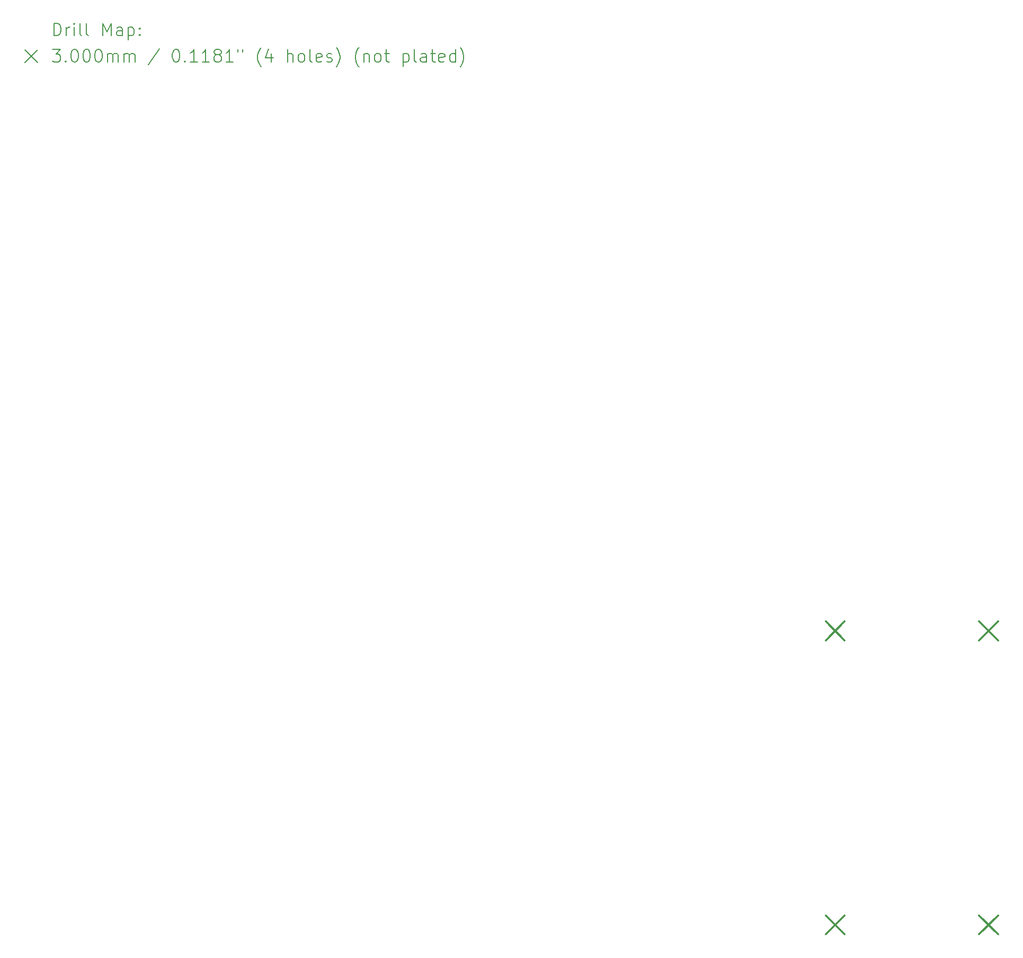
<source format=gbr>
%TF.GenerationSoftware,KiCad,Pcbnew,7.0.8*%
%TF.CreationDate,2023-11-16T13:38:29-05:00*%
%TF.ProjectId,tarbiukuan,74617262-6975-46b7-9561-6e2e6b696361,rev?*%
%TF.SameCoordinates,Original*%
%TF.FileFunction,Drillmap*%
%TF.FilePolarity,Positive*%
%FSLAX45Y45*%
G04 Gerber Fmt 4.5, Leading zero omitted, Abs format (unit mm)*
G04 Created by KiCad (PCBNEW 7.0.8) date 2023-11-16 13:38:29*
%MOMM*%
%LPD*%
G01*
G04 APERTURE LIST*
%ADD10C,0.200000*%
%ADD11C,0.300000*%
G04 APERTURE END LIST*
D10*
D11*
X12597000Y-9667000D02*
X12897000Y-9967000D01*
X12897000Y-9667000D02*
X12597000Y-9967000D01*
X12597000Y-14362000D02*
X12897000Y-14662000D01*
X12897000Y-14362000D02*
X12597000Y-14662000D01*
X15048000Y-9667000D02*
X15348000Y-9967000D01*
X15348000Y-9667000D02*
X15048000Y-9967000D01*
X15048000Y-14362000D02*
X15348000Y-14662000D01*
X15348000Y-14362000D02*
X15048000Y-14662000D01*
D10*
X260777Y-311484D02*
X260777Y-111484D01*
X260777Y-111484D02*
X308396Y-111484D01*
X308396Y-111484D02*
X336967Y-121008D01*
X336967Y-121008D02*
X356015Y-140055D01*
X356015Y-140055D02*
X365539Y-159103D01*
X365539Y-159103D02*
X375062Y-197198D01*
X375062Y-197198D02*
X375062Y-225769D01*
X375062Y-225769D02*
X365539Y-263865D01*
X365539Y-263865D02*
X356015Y-282912D01*
X356015Y-282912D02*
X336967Y-301960D01*
X336967Y-301960D02*
X308396Y-311484D01*
X308396Y-311484D02*
X260777Y-311484D01*
X460777Y-311484D02*
X460777Y-178150D01*
X460777Y-216246D02*
X470301Y-197198D01*
X470301Y-197198D02*
X479824Y-187674D01*
X479824Y-187674D02*
X498872Y-178150D01*
X498872Y-178150D02*
X517920Y-178150D01*
X584586Y-311484D02*
X584586Y-178150D01*
X584586Y-111484D02*
X575063Y-121008D01*
X575063Y-121008D02*
X584586Y-130531D01*
X584586Y-130531D02*
X594110Y-121008D01*
X594110Y-121008D02*
X584586Y-111484D01*
X584586Y-111484D02*
X584586Y-130531D01*
X708396Y-311484D02*
X689348Y-301960D01*
X689348Y-301960D02*
X679824Y-282912D01*
X679824Y-282912D02*
X679824Y-111484D01*
X813158Y-311484D02*
X794110Y-301960D01*
X794110Y-301960D02*
X784586Y-282912D01*
X784586Y-282912D02*
X784586Y-111484D01*
X1041729Y-311484D02*
X1041729Y-111484D01*
X1041729Y-111484D02*
X1108396Y-254341D01*
X1108396Y-254341D02*
X1175063Y-111484D01*
X1175063Y-111484D02*
X1175063Y-311484D01*
X1356015Y-311484D02*
X1356015Y-206722D01*
X1356015Y-206722D02*
X1346491Y-187674D01*
X1346491Y-187674D02*
X1327444Y-178150D01*
X1327444Y-178150D02*
X1289348Y-178150D01*
X1289348Y-178150D02*
X1270301Y-187674D01*
X1356015Y-301960D02*
X1336967Y-311484D01*
X1336967Y-311484D02*
X1289348Y-311484D01*
X1289348Y-311484D02*
X1270301Y-301960D01*
X1270301Y-301960D02*
X1260777Y-282912D01*
X1260777Y-282912D02*
X1260777Y-263865D01*
X1260777Y-263865D02*
X1270301Y-244817D01*
X1270301Y-244817D02*
X1289348Y-235293D01*
X1289348Y-235293D02*
X1336967Y-235293D01*
X1336967Y-235293D02*
X1356015Y-225769D01*
X1451253Y-178150D02*
X1451253Y-378150D01*
X1451253Y-187674D02*
X1470301Y-178150D01*
X1470301Y-178150D02*
X1508396Y-178150D01*
X1508396Y-178150D02*
X1527443Y-187674D01*
X1527443Y-187674D02*
X1536967Y-197198D01*
X1536967Y-197198D02*
X1546491Y-216246D01*
X1546491Y-216246D02*
X1546491Y-273389D01*
X1546491Y-273389D02*
X1536967Y-292436D01*
X1536967Y-292436D02*
X1527443Y-301960D01*
X1527443Y-301960D02*
X1508396Y-311484D01*
X1508396Y-311484D02*
X1470301Y-311484D01*
X1470301Y-311484D02*
X1451253Y-301960D01*
X1632205Y-292436D02*
X1641729Y-301960D01*
X1641729Y-301960D02*
X1632205Y-311484D01*
X1632205Y-311484D02*
X1622682Y-301960D01*
X1622682Y-301960D02*
X1632205Y-292436D01*
X1632205Y-292436D02*
X1632205Y-311484D01*
X1632205Y-187674D02*
X1641729Y-197198D01*
X1641729Y-197198D02*
X1632205Y-206722D01*
X1632205Y-206722D02*
X1622682Y-197198D01*
X1622682Y-197198D02*
X1632205Y-187674D01*
X1632205Y-187674D02*
X1632205Y-206722D01*
X-200000Y-540000D02*
X0Y-740000D01*
X0Y-540000D02*
X-200000Y-740000D01*
X241729Y-531484D02*
X365539Y-531484D01*
X365539Y-531484D02*
X298872Y-607674D01*
X298872Y-607674D02*
X327444Y-607674D01*
X327444Y-607674D02*
X346491Y-617198D01*
X346491Y-617198D02*
X356015Y-626722D01*
X356015Y-626722D02*
X365539Y-645770D01*
X365539Y-645770D02*
X365539Y-693389D01*
X365539Y-693389D02*
X356015Y-712436D01*
X356015Y-712436D02*
X346491Y-721960D01*
X346491Y-721960D02*
X327444Y-731484D01*
X327444Y-731484D02*
X270301Y-731484D01*
X270301Y-731484D02*
X251253Y-721960D01*
X251253Y-721960D02*
X241729Y-712436D01*
X451253Y-712436D02*
X460777Y-721960D01*
X460777Y-721960D02*
X451253Y-731484D01*
X451253Y-731484D02*
X441729Y-721960D01*
X441729Y-721960D02*
X451253Y-712436D01*
X451253Y-712436D02*
X451253Y-731484D01*
X584586Y-531484D02*
X603634Y-531484D01*
X603634Y-531484D02*
X622682Y-541008D01*
X622682Y-541008D02*
X632205Y-550531D01*
X632205Y-550531D02*
X641729Y-569579D01*
X641729Y-569579D02*
X651253Y-607674D01*
X651253Y-607674D02*
X651253Y-655293D01*
X651253Y-655293D02*
X641729Y-693389D01*
X641729Y-693389D02*
X632205Y-712436D01*
X632205Y-712436D02*
X622682Y-721960D01*
X622682Y-721960D02*
X603634Y-731484D01*
X603634Y-731484D02*
X584586Y-731484D01*
X584586Y-731484D02*
X565539Y-721960D01*
X565539Y-721960D02*
X556015Y-712436D01*
X556015Y-712436D02*
X546491Y-693389D01*
X546491Y-693389D02*
X536967Y-655293D01*
X536967Y-655293D02*
X536967Y-607674D01*
X536967Y-607674D02*
X546491Y-569579D01*
X546491Y-569579D02*
X556015Y-550531D01*
X556015Y-550531D02*
X565539Y-541008D01*
X565539Y-541008D02*
X584586Y-531484D01*
X775062Y-531484D02*
X794110Y-531484D01*
X794110Y-531484D02*
X813158Y-541008D01*
X813158Y-541008D02*
X822682Y-550531D01*
X822682Y-550531D02*
X832205Y-569579D01*
X832205Y-569579D02*
X841729Y-607674D01*
X841729Y-607674D02*
X841729Y-655293D01*
X841729Y-655293D02*
X832205Y-693389D01*
X832205Y-693389D02*
X822682Y-712436D01*
X822682Y-712436D02*
X813158Y-721960D01*
X813158Y-721960D02*
X794110Y-731484D01*
X794110Y-731484D02*
X775062Y-731484D01*
X775062Y-731484D02*
X756015Y-721960D01*
X756015Y-721960D02*
X746491Y-712436D01*
X746491Y-712436D02*
X736967Y-693389D01*
X736967Y-693389D02*
X727443Y-655293D01*
X727443Y-655293D02*
X727443Y-607674D01*
X727443Y-607674D02*
X736967Y-569579D01*
X736967Y-569579D02*
X746491Y-550531D01*
X746491Y-550531D02*
X756015Y-541008D01*
X756015Y-541008D02*
X775062Y-531484D01*
X965539Y-531484D02*
X984586Y-531484D01*
X984586Y-531484D02*
X1003634Y-541008D01*
X1003634Y-541008D02*
X1013158Y-550531D01*
X1013158Y-550531D02*
X1022682Y-569579D01*
X1022682Y-569579D02*
X1032205Y-607674D01*
X1032205Y-607674D02*
X1032205Y-655293D01*
X1032205Y-655293D02*
X1022682Y-693389D01*
X1022682Y-693389D02*
X1013158Y-712436D01*
X1013158Y-712436D02*
X1003634Y-721960D01*
X1003634Y-721960D02*
X984586Y-731484D01*
X984586Y-731484D02*
X965539Y-731484D01*
X965539Y-731484D02*
X946491Y-721960D01*
X946491Y-721960D02*
X936967Y-712436D01*
X936967Y-712436D02*
X927443Y-693389D01*
X927443Y-693389D02*
X917920Y-655293D01*
X917920Y-655293D02*
X917920Y-607674D01*
X917920Y-607674D02*
X927443Y-569579D01*
X927443Y-569579D02*
X936967Y-550531D01*
X936967Y-550531D02*
X946491Y-541008D01*
X946491Y-541008D02*
X965539Y-531484D01*
X1117920Y-731484D02*
X1117920Y-598150D01*
X1117920Y-617198D02*
X1127444Y-607674D01*
X1127444Y-607674D02*
X1146491Y-598150D01*
X1146491Y-598150D02*
X1175063Y-598150D01*
X1175063Y-598150D02*
X1194110Y-607674D01*
X1194110Y-607674D02*
X1203634Y-626722D01*
X1203634Y-626722D02*
X1203634Y-731484D01*
X1203634Y-626722D02*
X1213158Y-607674D01*
X1213158Y-607674D02*
X1232205Y-598150D01*
X1232205Y-598150D02*
X1260777Y-598150D01*
X1260777Y-598150D02*
X1279825Y-607674D01*
X1279825Y-607674D02*
X1289348Y-626722D01*
X1289348Y-626722D02*
X1289348Y-731484D01*
X1384586Y-731484D02*
X1384586Y-598150D01*
X1384586Y-617198D02*
X1394110Y-607674D01*
X1394110Y-607674D02*
X1413158Y-598150D01*
X1413158Y-598150D02*
X1441729Y-598150D01*
X1441729Y-598150D02*
X1460777Y-607674D01*
X1460777Y-607674D02*
X1470301Y-626722D01*
X1470301Y-626722D02*
X1470301Y-731484D01*
X1470301Y-626722D02*
X1479824Y-607674D01*
X1479824Y-607674D02*
X1498872Y-598150D01*
X1498872Y-598150D02*
X1527443Y-598150D01*
X1527443Y-598150D02*
X1546491Y-607674D01*
X1546491Y-607674D02*
X1556015Y-626722D01*
X1556015Y-626722D02*
X1556015Y-731484D01*
X1946491Y-521960D02*
X1775063Y-779103D01*
X2203634Y-531484D02*
X2222682Y-531484D01*
X2222682Y-531484D02*
X2241729Y-541008D01*
X2241729Y-541008D02*
X2251253Y-550531D01*
X2251253Y-550531D02*
X2260777Y-569579D01*
X2260777Y-569579D02*
X2270301Y-607674D01*
X2270301Y-607674D02*
X2270301Y-655293D01*
X2270301Y-655293D02*
X2260777Y-693389D01*
X2260777Y-693389D02*
X2251253Y-712436D01*
X2251253Y-712436D02*
X2241729Y-721960D01*
X2241729Y-721960D02*
X2222682Y-731484D01*
X2222682Y-731484D02*
X2203634Y-731484D01*
X2203634Y-731484D02*
X2184587Y-721960D01*
X2184587Y-721960D02*
X2175063Y-712436D01*
X2175063Y-712436D02*
X2165539Y-693389D01*
X2165539Y-693389D02*
X2156015Y-655293D01*
X2156015Y-655293D02*
X2156015Y-607674D01*
X2156015Y-607674D02*
X2165539Y-569579D01*
X2165539Y-569579D02*
X2175063Y-550531D01*
X2175063Y-550531D02*
X2184587Y-541008D01*
X2184587Y-541008D02*
X2203634Y-531484D01*
X2356015Y-712436D02*
X2365539Y-721960D01*
X2365539Y-721960D02*
X2356015Y-731484D01*
X2356015Y-731484D02*
X2346491Y-721960D01*
X2346491Y-721960D02*
X2356015Y-712436D01*
X2356015Y-712436D02*
X2356015Y-731484D01*
X2556015Y-731484D02*
X2441729Y-731484D01*
X2498872Y-731484D02*
X2498872Y-531484D01*
X2498872Y-531484D02*
X2479825Y-560055D01*
X2479825Y-560055D02*
X2460777Y-579103D01*
X2460777Y-579103D02*
X2441729Y-588627D01*
X2746491Y-731484D02*
X2632206Y-731484D01*
X2689348Y-731484D02*
X2689348Y-531484D01*
X2689348Y-531484D02*
X2670301Y-560055D01*
X2670301Y-560055D02*
X2651253Y-579103D01*
X2651253Y-579103D02*
X2632206Y-588627D01*
X2860777Y-617198D02*
X2841729Y-607674D01*
X2841729Y-607674D02*
X2832206Y-598150D01*
X2832206Y-598150D02*
X2822682Y-579103D01*
X2822682Y-579103D02*
X2822682Y-569579D01*
X2822682Y-569579D02*
X2832206Y-550531D01*
X2832206Y-550531D02*
X2841729Y-541008D01*
X2841729Y-541008D02*
X2860777Y-531484D01*
X2860777Y-531484D02*
X2898872Y-531484D01*
X2898872Y-531484D02*
X2917920Y-541008D01*
X2917920Y-541008D02*
X2927444Y-550531D01*
X2927444Y-550531D02*
X2936967Y-569579D01*
X2936967Y-569579D02*
X2936967Y-579103D01*
X2936967Y-579103D02*
X2927444Y-598150D01*
X2927444Y-598150D02*
X2917920Y-607674D01*
X2917920Y-607674D02*
X2898872Y-617198D01*
X2898872Y-617198D02*
X2860777Y-617198D01*
X2860777Y-617198D02*
X2841729Y-626722D01*
X2841729Y-626722D02*
X2832206Y-636246D01*
X2832206Y-636246D02*
X2822682Y-655293D01*
X2822682Y-655293D02*
X2822682Y-693389D01*
X2822682Y-693389D02*
X2832206Y-712436D01*
X2832206Y-712436D02*
X2841729Y-721960D01*
X2841729Y-721960D02*
X2860777Y-731484D01*
X2860777Y-731484D02*
X2898872Y-731484D01*
X2898872Y-731484D02*
X2917920Y-721960D01*
X2917920Y-721960D02*
X2927444Y-712436D01*
X2927444Y-712436D02*
X2936967Y-693389D01*
X2936967Y-693389D02*
X2936967Y-655293D01*
X2936967Y-655293D02*
X2927444Y-636246D01*
X2927444Y-636246D02*
X2917920Y-626722D01*
X2917920Y-626722D02*
X2898872Y-617198D01*
X3127444Y-731484D02*
X3013158Y-731484D01*
X3070301Y-731484D02*
X3070301Y-531484D01*
X3070301Y-531484D02*
X3051253Y-560055D01*
X3051253Y-560055D02*
X3032206Y-579103D01*
X3032206Y-579103D02*
X3013158Y-588627D01*
X3203634Y-531484D02*
X3203634Y-569579D01*
X3279825Y-531484D02*
X3279825Y-569579D01*
X3575063Y-807674D02*
X3565539Y-798150D01*
X3565539Y-798150D02*
X3546491Y-769579D01*
X3546491Y-769579D02*
X3536968Y-750531D01*
X3536968Y-750531D02*
X3527444Y-721960D01*
X3527444Y-721960D02*
X3517920Y-674341D01*
X3517920Y-674341D02*
X3517920Y-636246D01*
X3517920Y-636246D02*
X3527444Y-588627D01*
X3527444Y-588627D02*
X3536968Y-560055D01*
X3536968Y-560055D02*
X3546491Y-541008D01*
X3546491Y-541008D02*
X3565539Y-512436D01*
X3565539Y-512436D02*
X3575063Y-502912D01*
X3736968Y-598150D02*
X3736968Y-731484D01*
X3689348Y-521960D02*
X3641729Y-664817D01*
X3641729Y-664817D02*
X3765539Y-664817D01*
X3994110Y-731484D02*
X3994110Y-531484D01*
X4079825Y-731484D02*
X4079825Y-626722D01*
X4079825Y-626722D02*
X4070301Y-607674D01*
X4070301Y-607674D02*
X4051253Y-598150D01*
X4051253Y-598150D02*
X4022682Y-598150D01*
X4022682Y-598150D02*
X4003634Y-607674D01*
X4003634Y-607674D02*
X3994110Y-617198D01*
X4203634Y-731484D02*
X4184587Y-721960D01*
X4184587Y-721960D02*
X4175063Y-712436D01*
X4175063Y-712436D02*
X4165539Y-693389D01*
X4165539Y-693389D02*
X4165539Y-636246D01*
X4165539Y-636246D02*
X4175063Y-617198D01*
X4175063Y-617198D02*
X4184587Y-607674D01*
X4184587Y-607674D02*
X4203634Y-598150D01*
X4203634Y-598150D02*
X4232206Y-598150D01*
X4232206Y-598150D02*
X4251253Y-607674D01*
X4251253Y-607674D02*
X4260777Y-617198D01*
X4260777Y-617198D02*
X4270301Y-636246D01*
X4270301Y-636246D02*
X4270301Y-693389D01*
X4270301Y-693389D02*
X4260777Y-712436D01*
X4260777Y-712436D02*
X4251253Y-721960D01*
X4251253Y-721960D02*
X4232206Y-731484D01*
X4232206Y-731484D02*
X4203634Y-731484D01*
X4384587Y-731484D02*
X4365539Y-721960D01*
X4365539Y-721960D02*
X4356015Y-702912D01*
X4356015Y-702912D02*
X4356015Y-531484D01*
X4536968Y-721960D02*
X4517920Y-731484D01*
X4517920Y-731484D02*
X4479825Y-731484D01*
X4479825Y-731484D02*
X4460777Y-721960D01*
X4460777Y-721960D02*
X4451253Y-702912D01*
X4451253Y-702912D02*
X4451253Y-626722D01*
X4451253Y-626722D02*
X4460777Y-607674D01*
X4460777Y-607674D02*
X4479825Y-598150D01*
X4479825Y-598150D02*
X4517920Y-598150D01*
X4517920Y-598150D02*
X4536968Y-607674D01*
X4536968Y-607674D02*
X4546492Y-626722D01*
X4546492Y-626722D02*
X4546492Y-645770D01*
X4546492Y-645770D02*
X4451253Y-664817D01*
X4622682Y-721960D02*
X4641730Y-731484D01*
X4641730Y-731484D02*
X4679825Y-731484D01*
X4679825Y-731484D02*
X4698873Y-721960D01*
X4698873Y-721960D02*
X4708396Y-702912D01*
X4708396Y-702912D02*
X4708396Y-693389D01*
X4708396Y-693389D02*
X4698873Y-674341D01*
X4698873Y-674341D02*
X4679825Y-664817D01*
X4679825Y-664817D02*
X4651253Y-664817D01*
X4651253Y-664817D02*
X4632206Y-655293D01*
X4632206Y-655293D02*
X4622682Y-636246D01*
X4622682Y-636246D02*
X4622682Y-626722D01*
X4622682Y-626722D02*
X4632206Y-607674D01*
X4632206Y-607674D02*
X4651253Y-598150D01*
X4651253Y-598150D02*
X4679825Y-598150D01*
X4679825Y-598150D02*
X4698873Y-607674D01*
X4775063Y-807674D02*
X4784587Y-798150D01*
X4784587Y-798150D02*
X4803634Y-769579D01*
X4803634Y-769579D02*
X4813158Y-750531D01*
X4813158Y-750531D02*
X4822682Y-721960D01*
X4822682Y-721960D02*
X4832206Y-674341D01*
X4832206Y-674341D02*
X4832206Y-636246D01*
X4832206Y-636246D02*
X4822682Y-588627D01*
X4822682Y-588627D02*
X4813158Y-560055D01*
X4813158Y-560055D02*
X4803634Y-541008D01*
X4803634Y-541008D02*
X4784587Y-512436D01*
X4784587Y-512436D02*
X4775063Y-502912D01*
X5136968Y-807674D02*
X5127444Y-798150D01*
X5127444Y-798150D02*
X5108396Y-769579D01*
X5108396Y-769579D02*
X5098873Y-750531D01*
X5098873Y-750531D02*
X5089349Y-721960D01*
X5089349Y-721960D02*
X5079825Y-674341D01*
X5079825Y-674341D02*
X5079825Y-636246D01*
X5079825Y-636246D02*
X5089349Y-588627D01*
X5089349Y-588627D02*
X5098873Y-560055D01*
X5098873Y-560055D02*
X5108396Y-541008D01*
X5108396Y-541008D02*
X5127444Y-512436D01*
X5127444Y-512436D02*
X5136968Y-502912D01*
X5213158Y-598150D02*
X5213158Y-731484D01*
X5213158Y-617198D02*
X5222682Y-607674D01*
X5222682Y-607674D02*
X5241730Y-598150D01*
X5241730Y-598150D02*
X5270301Y-598150D01*
X5270301Y-598150D02*
X5289349Y-607674D01*
X5289349Y-607674D02*
X5298873Y-626722D01*
X5298873Y-626722D02*
X5298873Y-731484D01*
X5422682Y-731484D02*
X5403634Y-721960D01*
X5403634Y-721960D02*
X5394111Y-712436D01*
X5394111Y-712436D02*
X5384587Y-693389D01*
X5384587Y-693389D02*
X5384587Y-636246D01*
X5384587Y-636246D02*
X5394111Y-617198D01*
X5394111Y-617198D02*
X5403634Y-607674D01*
X5403634Y-607674D02*
X5422682Y-598150D01*
X5422682Y-598150D02*
X5451254Y-598150D01*
X5451254Y-598150D02*
X5470301Y-607674D01*
X5470301Y-607674D02*
X5479825Y-617198D01*
X5479825Y-617198D02*
X5489349Y-636246D01*
X5489349Y-636246D02*
X5489349Y-693389D01*
X5489349Y-693389D02*
X5479825Y-712436D01*
X5479825Y-712436D02*
X5470301Y-721960D01*
X5470301Y-721960D02*
X5451254Y-731484D01*
X5451254Y-731484D02*
X5422682Y-731484D01*
X5546492Y-598150D02*
X5622682Y-598150D01*
X5575063Y-531484D02*
X5575063Y-702912D01*
X5575063Y-702912D02*
X5584587Y-721960D01*
X5584587Y-721960D02*
X5603634Y-731484D01*
X5603634Y-731484D02*
X5622682Y-731484D01*
X5841730Y-598150D02*
X5841730Y-798150D01*
X5841730Y-607674D02*
X5860777Y-598150D01*
X5860777Y-598150D02*
X5898873Y-598150D01*
X5898873Y-598150D02*
X5917920Y-607674D01*
X5917920Y-607674D02*
X5927444Y-617198D01*
X5927444Y-617198D02*
X5936968Y-636246D01*
X5936968Y-636246D02*
X5936968Y-693389D01*
X5936968Y-693389D02*
X5927444Y-712436D01*
X5927444Y-712436D02*
X5917920Y-721960D01*
X5917920Y-721960D02*
X5898873Y-731484D01*
X5898873Y-731484D02*
X5860777Y-731484D01*
X5860777Y-731484D02*
X5841730Y-721960D01*
X6051253Y-731484D02*
X6032206Y-721960D01*
X6032206Y-721960D02*
X6022682Y-702912D01*
X6022682Y-702912D02*
X6022682Y-531484D01*
X6213158Y-731484D02*
X6213158Y-626722D01*
X6213158Y-626722D02*
X6203634Y-607674D01*
X6203634Y-607674D02*
X6184587Y-598150D01*
X6184587Y-598150D02*
X6146492Y-598150D01*
X6146492Y-598150D02*
X6127444Y-607674D01*
X6213158Y-721960D02*
X6194111Y-731484D01*
X6194111Y-731484D02*
X6146492Y-731484D01*
X6146492Y-731484D02*
X6127444Y-721960D01*
X6127444Y-721960D02*
X6117920Y-702912D01*
X6117920Y-702912D02*
X6117920Y-683865D01*
X6117920Y-683865D02*
X6127444Y-664817D01*
X6127444Y-664817D02*
X6146492Y-655293D01*
X6146492Y-655293D02*
X6194111Y-655293D01*
X6194111Y-655293D02*
X6213158Y-645770D01*
X6279825Y-598150D02*
X6356015Y-598150D01*
X6308396Y-531484D02*
X6308396Y-702912D01*
X6308396Y-702912D02*
X6317920Y-721960D01*
X6317920Y-721960D02*
X6336968Y-731484D01*
X6336968Y-731484D02*
X6356015Y-731484D01*
X6498873Y-721960D02*
X6479825Y-731484D01*
X6479825Y-731484D02*
X6441730Y-731484D01*
X6441730Y-731484D02*
X6422682Y-721960D01*
X6422682Y-721960D02*
X6413158Y-702912D01*
X6413158Y-702912D02*
X6413158Y-626722D01*
X6413158Y-626722D02*
X6422682Y-607674D01*
X6422682Y-607674D02*
X6441730Y-598150D01*
X6441730Y-598150D02*
X6479825Y-598150D01*
X6479825Y-598150D02*
X6498873Y-607674D01*
X6498873Y-607674D02*
X6508396Y-626722D01*
X6508396Y-626722D02*
X6508396Y-645770D01*
X6508396Y-645770D02*
X6413158Y-664817D01*
X6679825Y-731484D02*
X6679825Y-531484D01*
X6679825Y-721960D02*
X6660777Y-731484D01*
X6660777Y-731484D02*
X6622682Y-731484D01*
X6622682Y-731484D02*
X6603634Y-721960D01*
X6603634Y-721960D02*
X6594111Y-712436D01*
X6594111Y-712436D02*
X6584587Y-693389D01*
X6584587Y-693389D02*
X6584587Y-636246D01*
X6584587Y-636246D02*
X6594111Y-617198D01*
X6594111Y-617198D02*
X6603634Y-607674D01*
X6603634Y-607674D02*
X6622682Y-598150D01*
X6622682Y-598150D02*
X6660777Y-598150D01*
X6660777Y-598150D02*
X6679825Y-607674D01*
X6756015Y-807674D02*
X6765539Y-798150D01*
X6765539Y-798150D02*
X6784587Y-769579D01*
X6784587Y-769579D02*
X6794111Y-750531D01*
X6794111Y-750531D02*
X6803634Y-721960D01*
X6803634Y-721960D02*
X6813158Y-674341D01*
X6813158Y-674341D02*
X6813158Y-636246D01*
X6813158Y-636246D02*
X6803634Y-588627D01*
X6803634Y-588627D02*
X6794111Y-560055D01*
X6794111Y-560055D02*
X6784587Y-541008D01*
X6784587Y-541008D02*
X6765539Y-512436D01*
X6765539Y-512436D02*
X6756015Y-502912D01*
M02*

</source>
